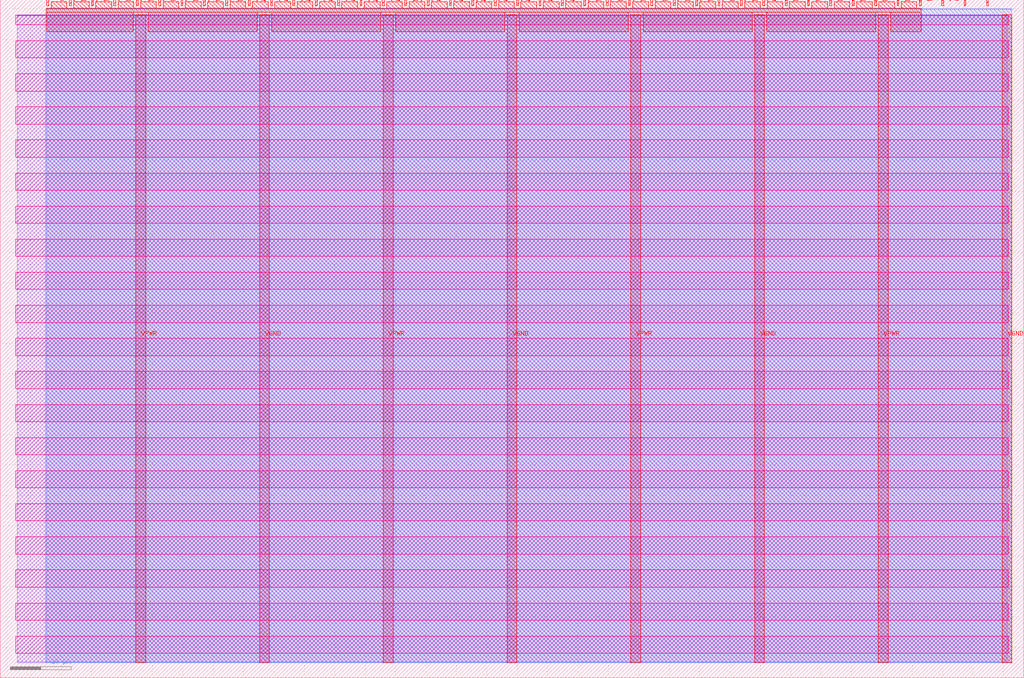
<source format=lef>
VERSION 5.7 ;
  NOWIREEXTENSIONATPIN ON ;
  DIVIDERCHAR "/" ;
  BUSBITCHARS "[]" ;
MACRO tt_um_wokwi_370533670565165057
  CLASS BLOCK ;
  FOREIGN tt_um_wokwi_370533670565165057 ;
  ORIGIN 0.000 0.000 ;
  SIZE 168.360 BY 111.520 ;
  PIN VGND
    DIRECTION INOUT ;
    USE GROUND ;
    PORT
      LAYER met4 ;
        RECT 42.670 2.480 44.270 109.040 ;
    END
    PORT
      LAYER met4 ;
        RECT 83.380 2.480 84.980 109.040 ;
    END
    PORT
      LAYER met4 ;
        RECT 124.090 2.480 125.690 109.040 ;
    END
    PORT
      LAYER met4 ;
        RECT 164.800 2.480 166.400 109.040 ;
    END
  END VGND
  PIN VPWR
    DIRECTION INOUT ;
    USE POWER ;
    PORT
      LAYER met4 ;
        RECT 22.315 2.480 23.915 109.040 ;
    END
    PORT
      LAYER met4 ;
        RECT 63.025 2.480 64.625 109.040 ;
    END
    PORT
      LAYER met4 ;
        RECT 103.735 2.480 105.335 109.040 ;
    END
    PORT
      LAYER met4 ;
        RECT 144.445 2.480 146.045 109.040 ;
    END
  END VPWR
  PIN clk
    DIRECTION INPUT ;
    USE SIGNAL ;
    PORT
      LAYER met4 ;
        RECT 158.550 110.520 158.850 111.520 ;
    END
  END clk
  PIN ena
    DIRECTION INPUT ;
    USE SIGNAL ;
    PORT
      LAYER met4 ;
        RECT 162.230 110.520 162.530 111.520 ;
    END
  END ena
  PIN rst_n
    DIRECTION INPUT ;
    USE SIGNAL ;
    PORT
      LAYER met4 ;
        RECT 154.870 110.520 155.170 111.520 ;
    END
  END rst_n
  PIN ui_in[0]
    DIRECTION INPUT ;
    USE SIGNAL ;
    ANTENNAGATEAREA 0.196500 ;
    PORT
      LAYER met4 ;
        RECT 151.190 110.520 151.490 111.520 ;
    END
  END ui_in[0]
  PIN ui_in[1]
    DIRECTION INPUT ;
    USE SIGNAL ;
    ANTENNAGATEAREA 0.196500 ;
    PORT
      LAYER met4 ;
        RECT 147.510 110.520 147.810 111.520 ;
    END
  END ui_in[1]
  PIN ui_in[2]
    DIRECTION INPUT ;
    USE SIGNAL ;
    ANTENNAGATEAREA 0.196500 ;
    PORT
      LAYER met4 ;
        RECT 143.830 110.520 144.130 111.520 ;
    END
  END ui_in[2]
  PIN ui_in[3]
    DIRECTION INPUT ;
    USE SIGNAL ;
    ANTENNAGATEAREA 0.196500 ;
    PORT
      LAYER met4 ;
        RECT 140.150 110.520 140.450 111.520 ;
    END
  END ui_in[3]
  PIN ui_in[4]
    DIRECTION INPUT ;
    USE SIGNAL ;
    ANTENNAGATEAREA 0.126000 ;
    PORT
      LAYER met4 ;
        RECT 136.470 110.520 136.770 111.520 ;
    END
  END ui_in[4]
  PIN ui_in[5]
    DIRECTION INPUT ;
    USE SIGNAL ;
    ANTENNAGATEAREA 0.213000 ;
    PORT
      LAYER met4 ;
        RECT 132.790 110.520 133.090 111.520 ;
    END
  END ui_in[5]
  PIN ui_in[6]
    DIRECTION INPUT ;
    USE SIGNAL ;
    ANTENNAGATEAREA 0.213000 ;
    PORT
      LAYER met4 ;
        RECT 129.110 110.520 129.410 111.520 ;
    END
  END ui_in[6]
  PIN ui_in[7]
    DIRECTION INPUT ;
    USE SIGNAL ;
    PORT
      LAYER met4 ;
        RECT 125.430 110.520 125.730 111.520 ;
    END
  END ui_in[7]
  PIN uio_in[0]
    DIRECTION INPUT ;
    USE SIGNAL ;
    PORT
      LAYER met4 ;
        RECT 121.750 110.520 122.050 111.520 ;
    END
  END uio_in[0]
  PIN uio_in[1]
    DIRECTION INPUT ;
    USE SIGNAL ;
    PORT
      LAYER met4 ;
        RECT 118.070 110.520 118.370 111.520 ;
    END
  END uio_in[1]
  PIN uio_in[2]
    DIRECTION INPUT ;
    USE SIGNAL ;
    PORT
      LAYER met4 ;
        RECT 114.390 110.520 114.690 111.520 ;
    END
  END uio_in[2]
  PIN uio_in[3]
    DIRECTION INPUT ;
    USE SIGNAL ;
    PORT
      LAYER met4 ;
        RECT 110.710 110.520 111.010 111.520 ;
    END
  END uio_in[3]
  PIN uio_in[4]
    DIRECTION INPUT ;
    USE SIGNAL ;
    PORT
      LAYER met4 ;
        RECT 107.030 110.520 107.330 111.520 ;
    END
  END uio_in[4]
  PIN uio_in[5]
    DIRECTION INPUT ;
    USE SIGNAL ;
    PORT
      LAYER met4 ;
        RECT 103.350 110.520 103.650 111.520 ;
    END
  END uio_in[5]
  PIN uio_in[6]
    DIRECTION INPUT ;
    USE SIGNAL ;
    PORT
      LAYER met4 ;
        RECT 99.670 110.520 99.970 111.520 ;
    END
  END uio_in[6]
  PIN uio_in[7]
    DIRECTION INPUT ;
    USE SIGNAL ;
    PORT
      LAYER met4 ;
        RECT 95.990 110.520 96.290 111.520 ;
    END
  END uio_in[7]
  PIN uio_oe[0]
    DIRECTION OUTPUT TRISTATE ;
    USE SIGNAL ;
    PORT
      LAYER met4 ;
        RECT 33.430 110.520 33.730 111.520 ;
    END
  END uio_oe[0]
  PIN uio_oe[1]
    DIRECTION OUTPUT TRISTATE ;
    USE SIGNAL ;
    PORT
      LAYER met4 ;
        RECT 29.750 110.520 30.050 111.520 ;
    END
  END uio_oe[1]
  PIN uio_oe[2]
    DIRECTION OUTPUT TRISTATE ;
    USE SIGNAL ;
    PORT
      LAYER met4 ;
        RECT 26.070 110.520 26.370 111.520 ;
    END
  END uio_oe[2]
  PIN uio_oe[3]
    DIRECTION OUTPUT TRISTATE ;
    USE SIGNAL ;
    PORT
      LAYER met4 ;
        RECT 22.390 110.520 22.690 111.520 ;
    END
  END uio_oe[3]
  PIN uio_oe[4]
    DIRECTION OUTPUT TRISTATE ;
    USE SIGNAL ;
    PORT
      LAYER met4 ;
        RECT 18.710 110.520 19.010 111.520 ;
    END
  END uio_oe[4]
  PIN uio_oe[5]
    DIRECTION OUTPUT TRISTATE ;
    USE SIGNAL ;
    PORT
      LAYER met4 ;
        RECT 15.030 110.520 15.330 111.520 ;
    END
  END uio_oe[5]
  PIN uio_oe[6]
    DIRECTION OUTPUT TRISTATE ;
    USE SIGNAL ;
    PORT
      LAYER met4 ;
        RECT 11.350 110.520 11.650 111.520 ;
    END
  END uio_oe[6]
  PIN uio_oe[7]
    DIRECTION OUTPUT TRISTATE ;
    USE SIGNAL ;
    PORT
      LAYER met4 ;
        RECT 7.670 110.520 7.970 111.520 ;
    END
  END uio_oe[7]
  PIN uio_out[0]
    DIRECTION OUTPUT TRISTATE ;
    USE SIGNAL ;
    PORT
      LAYER met4 ;
        RECT 62.870 110.520 63.170 111.520 ;
    END
  END uio_out[0]
  PIN uio_out[1]
    DIRECTION OUTPUT TRISTATE ;
    USE SIGNAL ;
    PORT
      LAYER met4 ;
        RECT 59.190 110.520 59.490 111.520 ;
    END
  END uio_out[1]
  PIN uio_out[2]
    DIRECTION OUTPUT TRISTATE ;
    USE SIGNAL ;
    PORT
      LAYER met4 ;
        RECT 55.510 110.520 55.810 111.520 ;
    END
  END uio_out[2]
  PIN uio_out[3]
    DIRECTION OUTPUT TRISTATE ;
    USE SIGNAL ;
    PORT
      LAYER met4 ;
        RECT 51.830 110.520 52.130 111.520 ;
    END
  END uio_out[3]
  PIN uio_out[4]
    DIRECTION OUTPUT TRISTATE ;
    USE SIGNAL ;
    PORT
      LAYER met4 ;
        RECT 48.150 110.520 48.450 111.520 ;
    END
  END uio_out[4]
  PIN uio_out[5]
    DIRECTION OUTPUT TRISTATE ;
    USE SIGNAL ;
    PORT
      LAYER met4 ;
        RECT 44.470 110.520 44.770 111.520 ;
    END
  END uio_out[5]
  PIN uio_out[6]
    DIRECTION OUTPUT TRISTATE ;
    USE SIGNAL ;
    PORT
      LAYER met4 ;
        RECT 40.790 110.520 41.090 111.520 ;
    END
  END uio_out[6]
  PIN uio_out[7]
    DIRECTION OUTPUT TRISTATE ;
    USE SIGNAL ;
    PORT
      LAYER met4 ;
        RECT 37.110 110.520 37.410 111.520 ;
    END
  END uio_out[7]
  PIN uo_out[0]
    DIRECTION OUTPUT TRISTATE ;
    USE SIGNAL ;
    ANTENNADIFFAREA 0.445500 ;
    PORT
      LAYER met4 ;
        RECT 92.310 110.520 92.610 111.520 ;
    END
  END uo_out[0]
  PIN uo_out[1]
    DIRECTION OUTPUT TRISTATE ;
    USE SIGNAL ;
    ANTENNADIFFAREA 0.795200 ;
    PORT
      LAYER met4 ;
        RECT 88.630 110.520 88.930 111.520 ;
    END
  END uo_out[1]
  PIN uo_out[2]
    DIRECTION OUTPUT TRISTATE ;
    USE SIGNAL ;
    ANTENNADIFFAREA 0.795200 ;
    PORT
      LAYER met4 ;
        RECT 84.950 110.520 85.250 111.520 ;
    END
  END uo_out[2]
  PIN uo_out[3]
    DIRECTION OUTPUT TRISTATE ;
    USE SIGNAL ;
    ANTENNADIFFAREA 0.795200 ;
    PORT
      LAYER met4 ;
        RECT 81.270 110.520 81.570 111.520 ;
    END
  END uo_out[3]
  PIN uo_out[4]
    DIRECTION OUTPUT TRISTATE ;
    USE SIGNAL ;
    ANTENNADIFFAREA 0.445500 ;
    PORT
      LAYER met4 ;
        RECT 77.590 110.520 77.890 111.520 ;
    END
  END uo_out[4]
  PIN uo_out[5]
    DIRECTION OUTPUT TRISTATE ;
    USE SIGNAL ;
    ANTENNADIFFAREA 0.795200 ;
    PORT
      LAYER met4 ;
        RECT 73.910 110.520 74.210 111.520 ;
    END
  END uo_out[5]
  PIN uo_out[6]
    DIRECTION OUTPUT TRISTATE ;
    USE SIGNAL ;
    ANTENNADIFFAREA 0.445500 ;
    PORT
      LAYER met4 ;
        RECT 70.230 110.520 70.530 111.520 ;
    END
  END uo_out[6]
  PIN uo_out[7]
    DIRECTION OUTPUT TRISTATE ;
    USE SIGNAL ;
    ANTENNADIFFAREA 0.445500 ;
    PORT
      LAYER met4 ;
        RECT 66.550 110.520 66.850 111.520 ;
    END
  END uo_out[7]
  OBS
      LAYER nwell ;
        RECT 2.570 107.385 165.790 108.990 ;
        RECT 2.570 101.945 165.790 104.775 ;
        RECT 2.570 96.505 165.790 99.335 ;
        RECT 2.570 91.065 165.790 93.895 ;
        RECT 2.570 85.625 165.790 88.455 ;
        RECT 2.570 80.185 165.790 83.015 ;
        RECT 2.570 74.745 165.790 77.575 ;
        RECT 2.570 69.305 165.790 72.135 ;
        RECT 2.570 63.865 165.790 66.695 ;
        RECT 2.570 58.425 165.790 61.255 ;
        RECT 2.570 52.985 165.790 55.815 ;
        RECT 2.570 47.545 165.790 50.375 ;
        RECT 2.570 42.105 165.790 44.935 ;
        RECT 2.570 36.665 165.790 39.495 ;
        RECT 2.570 31.225 165.790 34.055 ;
        RECT 2.570 25.785 165.790 28.615 ;
        RECT 2.570 20.345 165.790 23.175 ;
        RECT 2.570 14.905 165.790 17.735 ;
        RECT 2.570 9.465 165.790 12.295 ;
        RECT 2.570 4.025 165.790 6.855 ;
      LAYER li1 ;
        RECT 2.760 2.635 165.600 108.885 ;
      LAYER met1 ;
        RECT 2.760 2.480 166.400 109.040 ;
      LAYER met2 ;
        RECT 7.460 2.535 166.370 110.005 ;
      LAYER met3 ;
        RECT 7.630 2.555 166.390 109.985 ;
      LAYER met4 ;
        RECT 8.370 110.120 10.950 111.170 ;
        RECT 12.050 110.120 14.630 111.170 ;
        RECT 15.730 110.120 18.310 111.170 ;
        RECT 19.410 110.120 21.990 111.170 ;
        RECT 23.090 110.120 25.670 111.170 ;
        RECT 26.770 110.120 29.350 111.170 ;
        RECT 30.450 110.120 33.030 111.170 ;
        RECT 34.130 110.120 36.710 111.170 ;
        RECT 37.810 110.120 40.390 111.170 ;
        RECT 41.490 110.120 44.070 111.170 ;
        RECT 45.170 110.120 47.750 111.170 ;
        RECT 48.850 110.120 51.430 111.170 ;
        RECT 52.530 110.120 55.110 111.170 ;
        RECT 56.210 110.120 58.790 111.170 ;
        RECT 59.890 110.120 62.470 111.170 ;
        RECT 63.570 110.120 66.150 111.170 ;
        RECT 67.250 110.120 69.830 111.170 ;
        RECT 70.930 110.120 73.510 111.170 ;
        RECT 74.610 110.120 77.190 111.170 ;
        RECT 78.290 110.120 80.870 111.170 ;
        RECT 81.970 110.120 84.550 111.170 ;
        RECT 85.650 110.120 88.230 111.170 ;
        RECT 89.330 110.120 91.910 111.170 ;
        RECT 93.010 110.120 95.590 111.170 ;
        RECT 96.690 110.120 99.270 111.170 ;
        RECT 100.370 110.120 102.950 111.170 ;
        RECT 104.050 110.120 106.630 111.170 ;
        RECT 107.730 110.120 110.310 111.170 ;
        RECT 111.410 110.120 113.990 111.170 ;
        RECT 115.090 110.120 117.670 111.170 ;
        RECT 118.770 110.120 121.350 111.170 ;
        RECT 122.450 110.120 125.030 111.170 ;
        RECT 126.130 110.120 128.710 111.170 ;
        RECT 129.810 110.120 132.390 111.170 ;
        RECT 133.490 110.120 136.070 111.170 ;
        RECT 137.170 110.120 139.750 111.170 ;
        RECT 140.850 110.120 143.430 111.170 ;
        RECT 144.530 110.120 147.110 111.170 ;
        RECT 148.210 110.120 150.790 111.170 ;
        RECT 7.655 109.440 151.505 110.120 ;
        RECT 7.655 106.255 21.915 109.440 ;
        RECT 24.315 106.255 42.270 109.440 ;
        RECT 44.670 106.255 62.625 109.440 ;
        RECT 65.025 106.255 82.980 109.440 ;
        RECT 85.380 106.255 103.335 109.440 ;
        RECT 105.735 106.255 123.690 109.440 ;
        RECT 126.090 106.255 144.045 109.440 ;
        RECT 146.445 106.255 151.505 109.440 ;
  END
END tt_um_wokwi_370533670565165057
END LIBRARY


</source>
